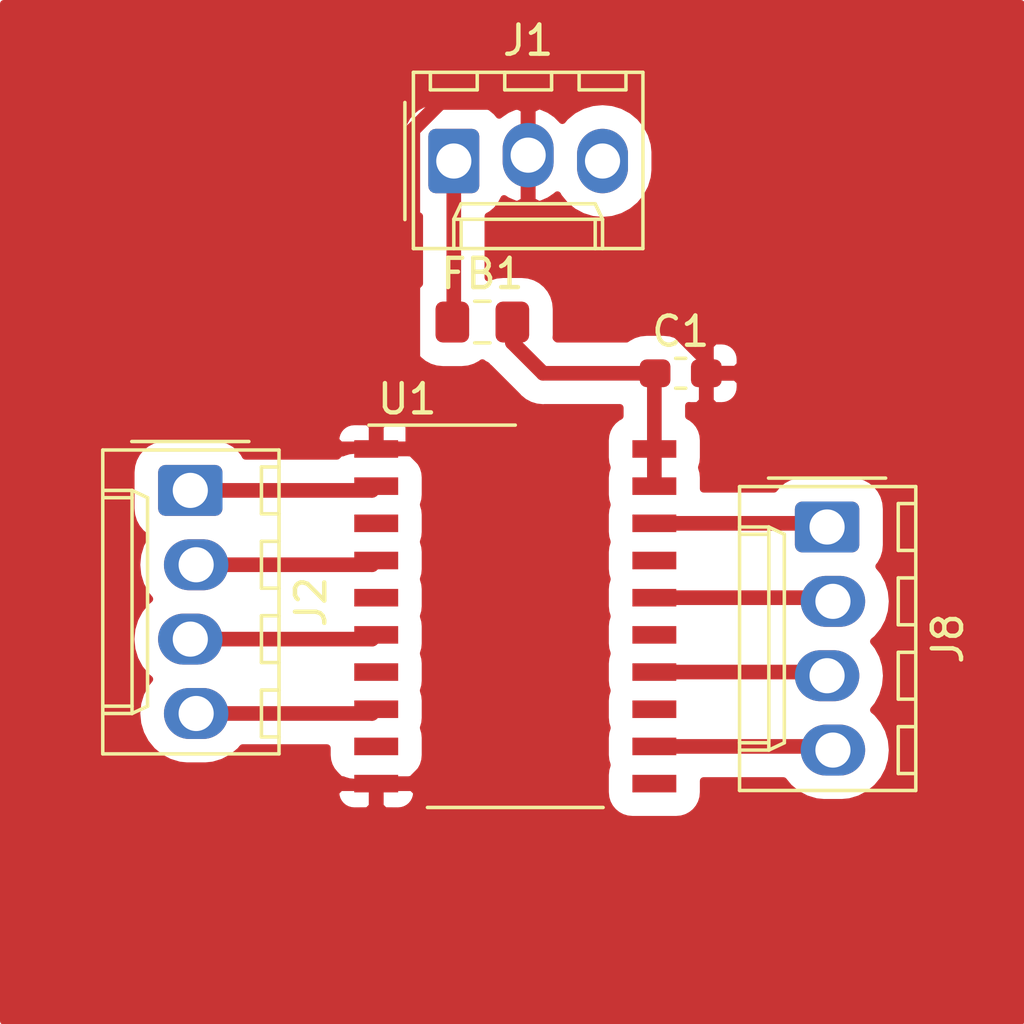
<source format=kicad_pcb>
(kicad_pcb (version 20171130) (host pcbnew "(5.1.5-0-10_14)")

  (general
    (thickness 1.6)
    (drawings 0)
    (tracks 39)
    (zones 0)
    (modules 6)
    (nets 12)
  )

  (page A4)
  (layers
    (0 F.Cu signal)
    (31 B.Cu signal)
    (32 B.Adhes user)
    (33 F.Adhes user)
    (34 B.Paste user)
    (35 F.Paste user)
    (36 B.SilkS user)
    (37 F.SilkS user)
    (38 B.Mask user)
    (39 F.Mask user)
    (40 Dwgs.User user)
    (41 Cmts.User user)
    (42 Eco1.User user)
    (43 Eco2.User user)
    (44 Edge.Cuts user)
    (45 Margin user)
    (46 B.CrtYd user)
    (47 F.CrtYd user)
    (48 B.Fab user)
    (49 F.Fab user)
  )

  (setup
    (last_trace_width 0.5)
    (trace_clearance 0.2)
    (zone_clearance 0.508)
    (zone_45_only no)
    (trace_min 0.2)
    (via_size 0.8)
    (via_drill 0.4)
    (via_min_size 0.4)
    (via_min_drill 0.3)
    (uvia_size 0.3)
    (uvia_drill 0.1)
    (uvias_allowed no)
    (uvia_min_size 0.2)
    (uvia_min_drill 0.1)
    (edge_width 0.05)
    (segment_width 0.2)
    (pcb_text_width 0.3)
    (pcb_text_size 1.5 1.5)
    (mod_edge_width 0.12)
    (mod_text_size 1 1)
    (mod_text_width 0.15)
    (pad_size 1.524 1.524)
    (pad_drill 0.762)
    (pad_to_mask_clearance 0.051)
    (solder_mask_min_width 0.25)
    (aux_axis_origin 0 0)
    (visible_elements FFFFFF7F)
    (pcbplotparams
      (layerselection 0x010fc_ffffffff)
      (usegerberextensions false)
      (usegerberattributes false)
      (usegerberadvancedattributes false)
      (creategerberjobfile false)
      (excludeedgelayer true)
      (linewidth 0.100000)
      (plotframeref false)
      (viasonmask false)
      (mode 1)
      (useauxorigin false)
      (hpglpennumber 1)
      (hpglpenspeed 20)
      (hpglpendiameter 15.000000)
      (psnegative false)
      (psa4output false)
      (plotreference true)
      (plotvalue true)
      (plotinvisibletext false)
      (padsonsilk false)
      (subtractmaskfromsilk false)
      (outputformat 1)
      (mirror false)
      (drillshape 1)
      (scaleselection 1)
      (outputdirectory ""))
  )

  (net 0 "")
  (net 1 /supply+)
  (net 2 +5V)
  (net 3 GND)
  (net 4 "Net-(J2-Pad1)")
  (net 5 "Net-(J2-Pad2)")
  (net 6 "Net-(J2-Pad3)")
  (net 7 "Net-(J2-Pad4)")
  (net 8 "Net-(J8-Pad1)")
  (net 9 "Net-(J8-Pad2)")
  (net 10 "Net-(J8-Pad3)")
  (net 11 "Net-(J8-Pad4)")

  (net_class Default "This is the default net class."
    (clearance 0.2)
    (trace_width 0.5)
    (via_dia 0.8)
    (via_drill 0.4)
    (uvia_dia 0.3)
    (uvia_drill 0.1)
    (add_net +5V)
    (add_net /supply+)
    (add_net GND)
    (add_net "Net-(J1-Pad3)")
    (add_net "Net-(J2-Pad1)")
    (add_net "Net-(J2-Pad2)")
    (add_net "Net-(J2-Pad3)")
    (add_net "Net-(J2-Pad4)")
    (add_net "Net-(J8-Pad1)")
    (add_net "Net-(J8-Pad2)")
    (add_net "Net-(J8-Pad3)")
    (add_net "Net-(J8-Pad4)")
    (add_net "Net-(U1-Pad11)")
    (add_net "Net-(U1-Pad13)")
    (add_net "Net-(U1-Pad15)")
    (add_net "Net-(U1-Pad17)")
    (add_net "Net-(U1-Pad3)")
    (add_net "Net-(U1-Pad5)")
    (add_net "Net-(U1-Pad7)")
    (add_net "Net-(U1-Pad9)")
  )

  (module synkie_footprints:R_0603_1608Metric_Pad1.05x0.95mm_HandSolder (layer F.Cu) (tedit 5B301BBD) (tstamp 602291CC)
    (at 103.25 52.75)
    (descr "Resistor SMD 0603 (1608 Metric), square (rectangular) end terminal, IPC_7351 nominal with elongated pad for handsoldering. (Body size source: http://www.tortai-tech.com/upload/download/2011102023233369053.pdf), generated with kicad-footprint-generator")
    (tags "resistor handsolder")
    (path /6025242C)
    (attr smd)
    (fp_text reference C1 (at 0 -1.43) (layer F.SilkS)
      (effects (font (size 1 1) (thickness 0.15)))
    )
    (fp_text value C (at 0 1.43) (layer F.Fab)
      (effects (font (size 1 1) (thickness 0.15)))
    )
    (fp_text user %R (at 0 0) (layer F.Fab)
      (effects (font (size 0.4 0.4) (thickness 0.06)))
    )
    (fp_line (start 1.65 0.73) (end -1.65 0.73) (layer F.CrtYd) (width 0.05))
    (fp_line (start 1.65 -0.73) (end 1.65 0.73) (layer F.CrtYd) (width 0.05))
    (fp_line (start -1.65 -0.73) (end 1.65 -0.73) (layer F.CrtYd) (width 0.05))
    (fp_line (start -1.65 0.73) (end -1.65 -0.73) (layer F.CrtYd) (width 0.05))
    (fp_line (start -0.171267 0.51) (end 0.171267 0.51) (layer F.SilkS) (width 0.12))
    (fp_line (start -0.171267 -0.51) (end 0.171267 -0.51) (layer F.SilkS) (width 0.12))
    (fp_line (start 0.8 0.4) (end -0.8 0.4) (layer F.Fab) (width 0.1))
    (fp_line (start 0.8 -0.4) (end 0.8 0.4) (layer F.Fab) (width 0.1))
    (fp_line (start -0.8 -0.4) (end 0.8 -0.4) (layer F.Fab) (width 0.1))
    (fp_line (start -0.8 0.4) (end -0.8 -0.4) (layer F.Fab) (width 0.1))
    (pad 2 smd roundrect (at 0.875 0) (size 1.05 0.95) (layers F.Cu F.Paste F.Mask) (roundrect_rratio 0.25)
      (net 3 GND))
    (pad 1 smd roundrect (at -0.875 0) (size 1.05 0.95) (layers F.Cu F.Paste F.Mask) (roundrect_rratio 0.25)
      (net 2 +5V))
    (model ${KISYS3DMOD}/Resistor_SMD.3dshapes/R_0603_1608Metric.wrl
      (at (xyz 0 0 0))
      (scale (xyz 1 1 1))
      (rotate (xyz 0 0 0))
    )
  )

  (module Package_SO:SO-20_12.8x7.5mm_P1.27mm (layer F.Cu) (tedit 5A02F2D3) (tstamp 60228A40)
    (at 97.6 61.05)
    (descr "SO-20, 12.8x7.5mm, https://www.nxp.com/docs/en/data-sheet/SA605.pdf")
    (tags "S0-20 ")
    (path /60242572)
    (attr smd)
    (fp_text reference U1 (at -3.69 -7.42) (layer F.SilkS)
      (effects (font (size 1 1) (thickness 0.15)))
    )
    (fp_text value 74HC244 (at 0 7.99) (layer F.Fab)
      (effects (font (size 1 1) (thickness 0.15)))
    )
    (fp_text user %R (at 0 0) (layer F.Fab)
      (effects (font (size 1 1) (thickness 0.15)))
    )
    (fp_line (start -5.7 6.7) (end -5.7 -6.7) (layer F.CrtYd) (width 0.05))
    (fp_line (start 5.7 6.7) (end -5.7 6.7) (layer F.CrtYd) (width 0.05))
    (fp_line (start 5.7 -6.7) (end 5.7 6.7) (layer F.CrtYd) (width 0.05))
    (fp_line (start -5.7 -6.7) (end 5.7 -6.7) (layer F.CrtYd) (width 0.05))
    (fp_line (start -5 -6.53) (end 0 -6.53) (layer F.SilkS) (width 0.12))
    (fp_line (start -3 6.53) (end 3 6.53) (layer F.SilkS) (width 0.12))
    (fp_line (start -2.2 -5.4) (end -1.2 -6.4) (layer F.Fab) (width 0.1))
    (fp_line (start -2.2 6.4) (end -2.2 -5.4) (layer F.Fab) (width 0.1))
    (fp_line (start 2.2 6.4) (end -2.2 6.4) (layer F.Fab) (width 0.1))
    (fp_line (start 2.2 -6.4) (end 2.2 6.4) (layer F.Fab) (width 0.1))
    (fp_line (start -1.2 -6.4) (end 2.2 -6.4) (layer F.Fab) (width 0.1))
    (pad 20 smd rect (at 4.75 -5.715) (size 1.5 0.6) (layers F.Cu F.Paste F.Mask)
      (net 2 +5V))
    (pad 19 smd rect (at 4.75 -4.445) (size 1.5 0.6) (layers F.Cu F.Paste F.Mask)
      (net 2 +5V))
    (pad 18 smd rect (at 4.75 -3.175) (size 1.5 0.6) (layers F.Cu F.Paste F.Mask)
      (net 8 "Net-(J8-Pad1)"))
    (pad 17 smd rect (at 4.75 -1.905) (size 1.5 0.6) (layers F.Cu F.Paste F.Mask))
    (pad 16 smd rect (at 4.75 -0.635) (size 1.5 0.6) (layers F.Cu F.Paste F.Mask)
      (net 9 "Net-(J8-Pad2)"))
    (pad 15 smd rect (at 4.75 0.635) (size 1.5 0.6) (layers F.Cu F.Paste F.Mask))
    (pad 14 smd rect (at 4.75 1.905) (size 1.5 0.6) (layers F.Cu F.Paste F.Mask)
      (net 10 "Net-(J8-Pad3)"))
    (pad 13 smd rect (at 4.75 3.175) (size 1.5 0.6) (layers F.Cu F.Paste F.Mask))
    (pad 12 smd rect (at 4.75 4.445) (size 1.5 0.6) (layers F.Cu F.Paste F.Mask)
      (net 11 "Net-(J8-Pad4)"))
    (pad 11 smd rect (at 4.75 5.715) (size 1.5 0.6) (layers F.Cu F.Paste F.Mask))
    (pad 10 smd rect (at -4.75 5.715) (size 1.5 0.6) (layers F.Cu F.Paste F.Mask)
      (net 3 GND))
    (pad 9 smd rect (at -4.75 4.445) (size 1.5 0.6) (layers F.Cu F.Paste F.Mask))
    (pad 8 smd rect (at -4.75 3.175) (size 1.5 0.6) (layers F.Cu F.Paste F.Mask)
      (net 7 "Net-(J2-Pad4)"))
    (pad 7 smd rect (at -4.75 1.905) (size 1.5 0.6) (layers F.Cu F.Paste F.Mask))
    (pad 1 smd rect (at -4.75 -5.715) (size 1.5 0.6) (layers F.Cu F.Paste F.Mask)
      (net 3 GND))
    (pad 2 smd rect (at -4.75 -4.445) (size 1.5 0.6) (layers F.Cu F.Paste F.Mask)
      (net 4 "Net-(J2-Pad1)"))
    (pad 3 smd rect (at -4.75 -3.175) (size 1.5 0.6) (layers F.Cu F.Paste F.Mask))
    (pad 4 smd rect (at -4.75 -1.905) (size 1.5 0.6) (layers F.Cu F.Paste F.Mask)
      (net 5 "Net-(J2-Pad2)"))
    (pad 5 smd rect (at -4.75 -0.635) (size 1.5 0.6) (layers F.Cu F.Paste F.Mask))
    (pad 6 smd rect (at -4.75 0.635) (size 1.5 0.6) (layers F.Cu F.Paste F.Mask)
      (net 6 "Net-(J2-Pad3)"))
    (model ${KISYS3DMOD}/Package_SO.3dshapes/SO-20_12.8x7.5mm_P1.27mm.wrl
      (at (xyz 0 0 0))
      (scale (xyz 1 1 1))
      (rotate (xyz 0 0 0))
    )
  )

  (module synkie_footprints:Molex_KK-254_AE-6410-04A_1x04_P2.54mm_Vertical (layer F.Cu) (tedit 5E9C417F) (tstamp 60228A1C)
    (at 108.25 58 270)
    (descr "Molex KK-254 Interconnect System, old/engineering part number: AE-6410-04A example for new part number: 22-27-2041, 4 Pins (http://www.molex.com/pdm_docs/sd/022272021_sd.pdf), generated with kicad-footprint-generator")
    (tags "connector Molex KK-254 side entry")
    (path /5F4699E1)
    (fp_text reference J8 (at 3.81 -4.12 90) (layer F.SilkS)
      (effects (font (size 1 1) (thickness 0.15)))
    )
    (fp_text value Sync-Bus (at 3.81 4.08 90) (layer F.Fab)
      (effects (font (size 1 1) (thickness 0.15)))
    )
    (fp_line (start -1.27 -2.92) (end -1.27 2.88) (layer F.Fab) (width 0.1))
    (fp_line (start -1.27 2.88) (end 8.89 2.88) (layer F.Fab) (width 0.1))
    (fp_line (start 8.89 2.88) (end 8.89 -2.92) (layer F.Fab) (width 0.1))
    (fp_line (start 8.89 -2.92) (end -1.27 -2.92) (layer F.Fab) (width 0.1))
    (fp_line (start -1.38 -3.03) (end -1.38 2.99) (layer F.SilkS) (width 0.12))
    (fp_line (start -1.38 2.99) (end 9 2.99) (layer F.SilkS) (width 0.12))
    (fp_line (start 9 2.99) (end 9 -3.03) (layer F.SilkS) (width 0.12))
    (fp_line (start 9 -3.03) (end -1.38 -3.03) (layer F.SilkS) (width 0.12))
    (fp_line (start -1.67 -2) (end -1.67 2) (layer F.SilkS) (width 0.12))
    (fp_line (start -1.27 -0.5) (end -0.562893 0) (layer F.Fab) (width 0.1))
    (fp_line (start -0.562893 0) (end -1.27 0.5) (layer F.Fab) (width 0.1))
    (fp_line (start 0 2.99) (end 0 1.99) (layer F.SilkS) (width 0.12))
    (fp_line (start 0 1.99) (end 7.62 1.99) (layer F.SilkS) (width 0.12))
    (fp_line (start 7.62 1.99) (end 7.62 2.99) (layer F.SilkS) (width 0.12))
    (fp_line (start 0 1.99) (end 0.25 1.46) (layer F.SilkS) (width 0.12))
    (fp_line (start 0.25 1.46) (end 7.37 1.46) (layer F.SilkS) (width 0.12))
    (fp_line (start 7.37 1.46) (end 7.62 1.99) (layer F.SilkS) (width 0.12))
    (fp_line (start 0.25 2.99) (end 0.25 1.99) (layer F.SilkS) (width 0.12))
    (fp_line (start 7.37 2.99) (end 7.37 1.99) (layer F.SilkS) (width 0.12))
    (fp_line (start -0.8 -3.03) (end -0.8 -2.43) (layer F.SilkS) (width 0.12))
    (fp_line (start -0.8 -2.43) (end 0.8 -2.43) (layer F.SilkS) (width 0.12))
    (fp_line (start 0.8 -2.43) (end 0.8 -3.03) (layer F.SilkS) (width 0.12))
    (fp_line (start 1.74 -3.03) (end 1.74 -2.43) (layer F.SilkS) (width 0.12))
    (fp_line (start 1.74 -2.43) (end 3.34 -2.43) (layer F.SilkS) (width 0.12))
    (fp_line (start 3.34 -2.43) (end 3.34 -3.03) (layer F.SilkS) (width 0.12))
    (fp_line (start 4.28 -3.03) (end 4.28 -2.43) (layer F.SilkS) (width 0.12))
    (fp_line (start 4.28 -2.43) (end 5.88 -2.43) (layer F.SilkS) (width 0.12))
    (fp_line (start 5.88 -2.43) (end 5.88 -3.03) (layer F.SilkS) (width 0.12))
    (fp_line (start 6.82 -3.03) (end 6.82 -2.43) (layer F.SilkS) (width 0.12))
    (fp_line (start 6.82 -2.43) (end 8.42 -2.43) (layer F.SilkS) (width 0.12))
    (fp_line (start 8.42 -2.43) (end 8.42 -3.03) (layer F.SilkS) (width 0.12))
    (fp_line (start -1.77 -3.42) (end -1.77 3.38) (layer F.CrtYd) (width 0.05))
    (fp_line (start -1.77 3.38) (end 9.39 3.38) (layer F.CrtYd) (width 0.05))
    (fp_line (start 9.39 3.38) (end 9.39 -3.42) (layer F.CrtYd) (width 0.05))
    (fp_line (start 9.39 -3.42) (end -1.77 -3.42) (layer F.CrtYd) (width 0.05))
    (fp_text user %R (at 3.81 -2.22 90) (layer F.Fab)
      (effects (font (size 1 1) (thickness 0.15)))
    )
    (pad 1 thru_hole roundrect (at 0 0 270) (size 1.74 2.2) (drill 1.2) (layers *.Cu *.Mask) (roundrect_rratio 0.143678)
      (net 8 "Net-(J8-Pad1)"))
    (pad 2 thru_hole oval (at 2.54 -0.2 270) (size 1.74 2.2) (drill 1.2) (layers *.Cu *.Mask)
      (net 9 "Net-(J8-Pad2)"))
    (pad 3 thru_hole oval (at 5.08 0 270) (size 1.74 2.2) (drill 1.2) (layers *.Cu *.Mask)
      (net 10 "Net-(J8-Pad3)"))
    (pad 4 thru_hole oval (at 7.62 -0.2 270) (size 1.74 2.2) (drill 1.2) (layers *.Cu *.Mask)
      (net 11 "Net-(J8-Pad4)"))
    (model ${KISYS3DMOD}/Connector_Molex.3dshapes/Molex_KK-254_AE-6410-04A_1x04_P2.54mm_Vertical.wrl
      (at (xyz 0 0 0))
      (scale (xyz 1 1 1))
      (rotate (xyz 0 0 0))
    )
  )

  (module synkie_footprints:Molex_KK-254_AE-6410-04A_1x04_P2.54mm_Vertical (layer F.Cu) (tedit 5E9C417F) (tstamp 602289F0)
    (at 86.5 56.75 270)
    (descr "Molex KK-254 Interconnect System, old/engineering part number: AE-6410-04A example for new part number: 22-27-2041, 4 Pins (http://www.molex.com/pdm_docs/sd/022272021_sd.pdf), generated with kicad-footprint-generator")
    (tags "connector Molex KK-254 side entry")
    (path /6024D6A8)
    (fp_text reference J2 (at 3.81 -4.12 90) (layer F.SilkS)
      (effects (font (size 1 1) (thickness 0.15)))
    )
    (fp_text value Sync-Bus (at 3.81 4.08 90) (layer F.Fab)
      (effects (font (size 1 1) (thickness 0.15)))
    )
    (fp_line (start -1.27 -2.92) (end -1.27 2.88) (layer F.Fab) (width 0.1))
    (fp_line (start -1.27 2.88) (end 8.89 2.88) (layer F.Fab) (width 0.1))
    (fp_line (start 8.89 2.88) (end 8.89 -2.92) (layer F.Fab) (width 0.1))
    (fp_line (start 8.89 -2.92) (end -1.27 -2.92) (layer F.Fab) (width 0.1))
    (fp_line (start -1.38 -3.03) (end -1.38 2.99) (layer F.SilkS) (width 0.12))
    (fp_line (start -1.38 2.99) (end 9 2.99) (layer F.SilkS) (width 0.12))
    (fp_line (start 9 2.99) (end 9 -3.03) (layer F.SilkS) (width 0.12))
    (fp_line (start 9 -3.03) (end -1.38 -3.03) (layer F.SilkS) (width 0.12))
    (fp_line (start -1.67 -2) (end -1.67 2) (layer F.SilkS) (width 0.12))
    (fp_line (start -1.27 -0.5) (end -0.562893 0) (layer F.Fab) (width 0.1))
    (fp_line (start -0.562893 0) (end -1.27 0.5) (layer F.Fab) (width 0.1))
    (fp_line (start 0 2.99) (end 0 1.99) (layer F.SilkS) (width 0.12))
    (fp_line (start 0 1.99) (end 7.62 1.99) (layer F.SilkS) (width 0.12))
    (fp_line (start 7.62 1.99) (end 7.62 2.99) (layer F.SilkS) (width 0.12))
    (fp_line (start 0 1.99) (end 0.25 1.46) (layer F.SilkS) (width 0.12))
    (fp_line (start 0.25 1.46) (end 7.37 1.46) (layer F.SilkS) (width 0.12))
    (fp_line (start 7.37 1.46) (end 7.62 1.99) (layer F.SilkS) (width 0.12))
    (fp_line (start 0.25 2.99) (end 0.25 1.99) (layer F.SilkS) (width 0.12))
    (fp_line (start 7.37 2.99) (end 7.37 1.99) (layer F.SilkS) (width 0.12))
    (fp_line (start -0.8 -3.03) (end -0.8 -2.43) (layer F.SilkS) (width 0.12))
    (fp_line (start -0.8 -2.43) (end 0.8 -2.43) (layer F.SilkS) (width 0.12))
    (fp_line (start 0.8 -2.43) (end 0.8 -3.03) (layer F.SilkS) (width 0.12))
    (fp_line (start 1.74 -3.03) (end 1.74 -2.43) (layer F.SilkS) (width 0.12))
    (fp_line (start 1.74 -2.43) (end 3.34 -2.43) (layer F.SilkS) (width 0.12))
    (fp_line (start 3.34 -2.43) (end 3.34 -3.03) (layer F.SilkS) (width 0.12))
    (fp_line (start 4.28 -3.03) (end 4.28 -2.43) (layer F.SilkS) (width 0.12))
    (fp_line (start 4.28 -2.43) (end 5.88 -2.43) (layer F.SilkS) (width 0.12))
    (fp_line (start 5.88 -2.43) (end 5.88 -3.03) (layer F.SilkS) (width 0.12))
    (fp_line (start 6.82 -3.03) (end 6.82 -2.43) (layer F.SilkS) (width 0.12))
    (fp_line (start 6.82 -2.43) (end 8.42 -2.43) (layer F.SilkS) (width 0.12))
    (fp_line (start 8.42 -2.43) (end 8.42 -3.03) (layer F.SilkS) (width 0.12))
    (fp_line (start -1.77 -3.42) (end -1.77 3.38) (layer F.CrtYd) (width 0.05))
    (fp_line (start -1.77 3.38) (end 9.39 3.38) (layer F.CrtYd) (width 0.05))
    (fp_line (start 9.39 3.38) (end 9.39 -3.42) (layer F.CrtYd) (width 0.05))
    (fp_line (start 9.39 -3.42) (end -1.77 -3.42) (layer F.CrtYd) (width 0.05))
    (fp_text user %R (at 3.81 -2.22 90) (layer F.Fab)
      (effects (font (size 1 1) (thickness 0.15)))
    )
    (pad 1 thru_hole roundrect (at 0 0 270) (size 1.74 2.2) (drill 1.2) (layers *.Cu *.Mask) (roundrect_rratio 0.143678)
      (net 4 "Net-(J2-Pad1)"))
    (pad 2 thru_hole oval (at 2.54 -0.2 270) (size 1.74 2.2) (drill 1.2) (layers *.Cu *.Mask)
      (net 5 "Net-(J2-Pad2)"))
    (pad 3 thru_hole oval (at 5.08 0 270) (size 1.74 2.2) (drill 1.2) (layers *.Cu *.Mask)
      (net 6 "Net-(J2-Pad3)"))
    (pad 4 thru_hole oval (at 7.62 -0.2 270) (size 1.74 2.2) (drill 1.2) (layers *.Cu *.Mask)
      (net 7 "Net-(J2-Pad4)"))
    (model ${KISYS3DMOD}/Connector_Molex.3dshapes/Molex_KK-254_AE-6410-04A_1x04_P2.54mm_Vertical.wrl
      (at (xyz 0 0 0))
      (scale (xyz 1 1 1))
      (rotate (xyz 0 0 0))
    )
  )

  (module synkie_footprints:Molex_KK-254_AE-6410-03A_1x03_P2.54mm_Vertical (layer F.Cu) (tedit 5E9C4158) (tstamp 602289C4)
    (at 95.5 45.5)
    (descr "Molex KK-254 Interconnect System, old/engineering part number: AE-6410-03A example for new part number: 22-27-2031, 3 Pins (http://www.molex.com/pdm_docs/sd/022272021_sd.pdf), generated with kicad-footprint-generator")
    (tags "connector Molex KK-254 side entry")
    (path /5FA997FD)
    (fp_text reference J1 (at 2.54 -4.12) (layer F.SilkS)
      (effects (font (size 1 1) (thickness 0.15)))
    )
    (fp_text value Supply (at 2.54 4.08) (layer F.Fab)
      (effects (font (size 1 1) (thickness 0.15)))
    )
    (fp_text user %R (at 2.54 -2.22) (layer F.Fab)
      (effects (font (size 1 1) (thickness 0.15)))
    )
    (fp_line (start 6.85 -3.42) (end -1.77 -3.42) (layer F.CrtYd) (width 0.05))
    (fp_line (start 6.85 3.38) (end 6.85 -3.42) (layer F.CrtYd) (width 0.05))
    (fp_line (start -1.77 3.38) (end 6.85 3.38) (layer F.CrtYd) (width 0.05))
    (fp_line (start -1.77 -3.42) (end -1.77 3.38) (layer F.CrtYd) (width 0.05))
    (fp_line (start 5.88 -2.43) (end 5.88 -3.03) (layer F.SilkS) (width 0.12))
    (fp_line (start 4.28 -2.43) (end 5.88 -2.43) (layer F.SilkS) (width 0.12))
    (fp_line (start 4.28 -3.03) (end 4.28 -2.43) (layer F.SilkS) (width 0.12))
    (fp_line (start 3.34 -2.43) (end 3.34 -3.03) (layer F.SilkS) (width 0.12))
    (fp_line (start 1.74 -2.43) (end 3.34 -2.43) (layer F.SilkS) (width 0.12))
    (fp_line (start 1.74 -3.03) (end 1.74 -2.43) (layer F.SilkS) (width 0.12))
    (fp_line (start 0.8 -2.43) (end 0.8 -3.03) (layer F.SilkS) (width 0.12))
    (fp_line (start -0.8 -2.43) (end 0.8 -2.43) (layer F.SilkS) (width 0.12))
    (fp_line (start -0.8 -3.03) (end -0.8 -2.43) (layer F.SilkS) (width 0.12))
    (fp_line (start 4.83 2.99) (end 4.83 1.99) (layer F.SilkS) (width 0.12))
    (fp_line (start 0.25 2.99) (end 0.25 1.99) (layer F.SilkS) (width 0.12))
    (fp_line (start 4.83 1.46) (end 5.08 1.99) (layer F.SilkS) (width 0.12))
    (fp_line (start 0.25 1.46) (end 4.83 1.46) (layer F.SilkS) (width 0.12))
    (fp_line (start 0 1.99) (end 0.25 1.46) (layer F.SilkS) (width 0.12))
    (fp_line (start 5.08 1.99) (end 5.08 2.99) (layer F.SilkS) (width 0.12))
    (fp_line (start 0 1.99) (end 5.08 1.99) (layer F.SilkS) (width 0.12))
    (fp_line (start 0 2.99) (end 0 1.99) (layer F.SilkS) (width 0.12))
    (fp_line (start -0.562893 0) (end -1.27 0.5) (layer F.Fab) (width 0.1))
    (fp_line (start -1.27 -0.5) (end -0.562893 0) (layer F.Fab) (width 0.1))
    (fp_line (start -1.67 -2) (end -1.67 2) (layer F.SilkS) (width 0.12))
    (fp_line (start 6.46 -3.03) (end -1.38 -3.03) (layer F.SilkS) (width 0.12))
    (fp_line (start 6.46 2.99) (end 6.46 -3.03) (layer F.SilkS) (width 0.12))
    (fp_line (start -1.38 2.99) (end 6.46 2.99) (layer F.SilkS) (width 0.12))
    (fp_line (start -1.38 -3.03) (end -1.38 2.99) (layer F.SilkS) (width 0.12))
    (fp_line (start 6.35 -2.92) (end -1.27 -2.92) (layer F.Fab) (width 0.1))
    (fp_line (start 6.35 2.88) (end 6.35 -2.92) (layer F.Fab) (width 0.1))
    (fp_line (start -1.27 2.88) (end 6.35 2.88) (layer F.Fab) (width 0.1))
    (fp_line (start -1.27 -2.92) (end -1.27 2.88) (layer F.Fab) (width 0.1))
    (pad 3 thru_hole oval (at 5.08 0) (size 1.74 2.2) (drill 1.2) (layers *.Cu *.Mask))
    (pad 2 thru_hole oval (at 2.54 -0.2) (size 1.74 2.2) (drill 1.2) (layers *.Cu *.Mask)
      (net 3 GND))
    (pad 1 thru_hole roundrect (at 0 0) (size 1.74 2.2) (drill 1.2) (layers *.Cu *.Mask) (roundrect_rratio 0.143678)
      (net 1 /supply+))
    (model ${KISYS3DMOD}/Connector_Molex.3dshapes/Molex_KK-254_AE-6410-03A_1x03_P2.54mm_Vertical.wrl
      (at (xyz 0 0 0))
      (scale (xyz 1 1 1))
      (rotate (xyz 0 0 0))
    )
  )

  (module synkie_footprints:L_0805_2012Metric_Pad1.15x1.40mm_HandSolder (layer F.Cu) (tedit 5B36C52B) (tstamp 6022898B)
    (at 96.475 51)
    (descr "Capacitor SMD 0805 (2012 Metric), square (rectangular) end terminal, IPC_7351 nominal with elongated pad for handsoldering. (Body size source: https://docs.google.com/spreadsheets/d/1BsfQQcO9C6DZCsRaXUlFlo91Tg2WpOkGARC1WS5S8t0/edit?usp=sharing), generated with kicad-footprint-generator")
    (tags "inductor handsolder")
    (path /5FA99FEB)
    (attr smd)
    (fp_text reference FB1 (at 0 -1.65) (layer F.SilkS)
      (effects (font (size 1 1) (thickness 0.15)))
    )
    (fp_text value Ferrite_Bead (at 0 1.65) (layer F.Fab)
      (effects (font (size 1 1) (thickness 0.15)))
    )
    (fp_line (start -1 0.6) (end -1 -0.6) (layer F.Fab) (width 0.1))
    (fp_line (start -1 -0.6) (end 1 -0.6) (layer F.Fab) (width 0.1))
    (fp_line (start 1 -0.6) (end 1 0.6) (layer F.Fab) (width 0.1))
    (fp_line (start 1 0.6) (end -1 0.6) (layer F.Fab) (width 0.1))
    (fp_line (start -0.261252 -0.71) (end 0.261252 -0.71) (layer F.SilkS) (width 0.12))
    (fp_line (start -0.261252 0.71) (end 0.261252 0.71) (layer F.SilkS) (width 0.12))
    (fp_line (start -1.85 0.95) (end -1.85 -0.95) (layer F.CrtYd) (width 0.05))
    (fp_line (start -1.85 -0.95) (end 1.85 -0.95) (layer F.CrtYd) (width 0.05))
    (fp_line (start 1.85 -0.95) (end 1.85 0.95) (layer F.CrtYd) (width 0.05))
    (fp_line (start 1.85 0.95) (end -1.85 0.95) (layer F.CrtYd) (width 0.05))
    (fp_text user %R (at 0 0) (layer F.Fab)
      (effects (font (size 0.5 0.5) (thickness 0.08)))
    )
    (pad 1 smd roundrect (at -1.025 0) (size 1.15 1.4) (layers F.Cu F.Paste F.Mask) (roundrect_rratio 0.217391)
      (net 1 /supply+))
    (pad 2 smd roundrect (at 1.025 0) (size 1.15 1.4) (layers F.Cu F.Paste F.Mask) (roundrect_rratio 0.217391)
      (net 2 +5V))
    (model ${KISYS3DMOD}/Inductor_SMD.3dshapes/L_0805_2012Metric.wrl
      (at (xyz 0 0 0))
      (scale (xyz 1 1 1))
      (rotate (xyz 0 0 0))
    )
  )

  (segment (start 95.5 50.95) (end 95.45 51) (width 0.5) (layer F.Cu) (net 1))
  (segment (start 95.5 45.5) (end 95.5 50.95) (width 0.5) (layer F.Cu) (net 1))
  (segment (start 98.55 52.75) (end 101.85 52.75) (width 0.5) (layer F.Cu) (net 2))
  (segment (start 97.5 51.7) (end 98.55 52.75) (width 0.5) (layer F.Cu) (net 2))
  (segment (start 101.85 52.75) (end 102.375 52.75) (width 0.5) (layer F.Cu) (net 2))
  (segment (start 97.5 51) (end 97.5 51.7) (width 0.5) (layer F.Cu) (net 2))
  (segment (start 102.35 52.775) (end 102.375 52.75) (width 0.5) (layer F.Cu) (net 2))
  (segment (start 102.35 56.605) (end 102.35 52.775) (width 0.5) (layer F.Cu) (net 2))
  (segment (start 98.04 46.9) (end 100.89 49.75) (width 0.5) (layer F.Cu) (net 3))
  (segment (start 98.04 45.3) (end 98.04 46.9) (width 0.5) (layer F.Cu) (net 3))
  (segment (start 104.125 52.275) (end 104.125 52.75) (width 0.5) (layer F.Cu) (net 3))
  (segment (start 101.6 49.75) (end 104.125 52.275) (width 0.5) (layer F.Cu) (net 3))
  (segment (start 100.89 49.75) (end 101.6 49.75) (width 0.5) (layer F.Cu) (net 3))
  (segment (start 94.1 66.765) (end 92.85 66.765) (width 0.5) (layer F.Cu) (net 3))
  (segment (start 95.5 65.365) (end 94.1 66.765) (width 0.5) (layer F.Cu) (net 3))
  (segment (start 94.1 55.335) (end 95.5 56.735) (width 0.5) (layer F.Cu) (net 3))
  (segment (start 95.5 56.735) (end 95.5 65.365) (width 0.5) (layer F.Cu) (net 3))
  (segment (start 92.85 55.335) (end 94.1 55.335) (width 0.5) (layer F.Cu) (net 3))
  (segment (start 98.04 43.7) (end 97.84 43.5) (width 0.5) (layer F.Cu) (net 3))
  (segment (start 98.04 45.3) (end 98.04 43.7) (width 0.5) (layer F.Cu) (net 3))
  (segment (start 94.1 44.440034) (end 94.1 55.335) (width 0.5) (layer F.Cu) (net 3))
  (segment (start 95.040034 43.5) (end 94.1 44.440034) (width 0.5) (layer F.Cu) (net 3))
  (segment (start 97.84 43.5) (end 95.040034 43.5) (width 0.5) (layer F.Cu) (net 3))
  (segment (start 92.705 56.75) (end 92.85 56.605) (width 0.5) (layer F.Cu) (net 4) (status 30))
  (segment (start 86.5 56.75) (end 92.705 56.75) (width 0.5) (layer F.Cu) (net 4) (status 30))
  (segment (start 92.705 59.29) (end 92.85 59.145) (width 0.5) (layer F.Cu) (net 5) (status 30))
  (segment (start 86.7 59.29) (end 92.705 59.29) (width 0.5) (layer F.Cu) (net 5) (status 30))
  (segment (start 92.705 61.83) (end 92.85 61.685) (width 0.5) (layer F.Cu) (net 6) (status 30))
  (segment (start 86.5 61.83) (end 92.705 61.83) (width 0.5) (layer F.Cu) (net 6) (status 30))
  (segment (start 92.705 64.37) (end 92.85 64.225) (width 0.5) (layer F.Cu) (net 7) (status 30))
  (segment (start 86.7 64.37) (end 92.705 64.37) (width 0.5) (layer F.Cu) (net 7) (status 30))
  (segment (start 108.125 57.875) (end 108.25 58) (width 0.5) (layer F.Cu) (net 8) (status 30))
  (segment (start 102.35 57.875) (end 108.125 57.875) (width 0.5) (layer F.Cu) (net 8) (status 30))
  (segment (start 108.325 60.415) (end 108.45 60.54) (width 0.5) (layer F.Cu) (net 9) (status 30))
  (segment (start 102.35 60.415) (end 108.325 60.415) (width 0.5) (layer F.Cu) (net 9) (status 30))
  (segment (start 108.125 62.955) (end 108.25 63.08) (width 0.5) (layer F.Cu) (net 10) (status 30))
  (segment (start 102.35 62.955) (end 108.125 62.955) (width 0.5) (layer F.Cu) (net 10) (status 30))
  (segment (start 108.325 65.495) (end 108.45 65.62) (width 0.5) (layer F.Cu) (net 11) (status 30))
  (segment (start 102.35 65.495) (end 108.325 65.495) (width 0.5) (layer F.Cu) (net 11) (status 30))

  (zone (net 3) (net_name GND) (layer F.Cu) (tstamp 0) (hatch edge 0.508)
    (connect_pads (clearance 0.8))
    (min_thickness 0.254)
    (fill yes (arc_segments 32) (thermal_gap 0.508) (thermal_bridge_width 0.508))
    (polygon
      (pts
        (xy 115 75) (xy 80 75) (xy 80 40) (xy 115 40)
      )
    )
    (filled_polygon
      (pts
        (xy 114.873 74.873) (xy 80.127 74.873) (xy 80.127 67.065) (xy 91.461928 67.065) (xy 91.474188 67.189482)
        (xy 91.510498 67.30918) (xy 91.569463 67.419494) (xy 91.648815 67.516185) (xy 91.745506 67.595537) (xy 91.85582 67.654502)
        (xy 91.975518 67.690812) (xy 92.1 67.703072) (xy 92.56425 67.7) (xy 92.723 67.54125) (xy 92.723 66.892)
        (xy 92.977 66.892) (xy 92.977 67.54125) (xy 93.13575 67.7) (xy 93.6 67.703072) (xy 93.724482 67.690812)
        (xy 93.84418 67.654502) (xy 93.954494 67.595537) (xy 94.051185 67.516185) (xy 94.130537 67.419494) (xy 94.189502 67.30918)
        (xy 94.225812 67.189482) (xy 94.238072 67.065) (xy 94.235 67.05075) (xy 94.07625 66.892) (xy 92.977 66.892)
        (xy 92.723 66.892) (xy 91.62375 66.892) (xy 91.465 67.05075) (xy 91.461928 67.065) (xy 80.127 67.065)
        (xy 80.127 61.83) (xy 84.464306 61.83) (xy 84.499002 62.182273) (xy 84.601756 62.521009) (xy 84.76862 62.83319)
        (xy 84.993182 63.106818) (xy 85.106003 63.199409) (xy 84.96862 63.36681) (xy 84.801756 63.678991) (xy 84.699002 64.017727)
        (xy 84.664306 64.37) (xy 84.699002 64.722273) (xy 84.801756 65.061009) (xy 84.96862 65.37319) (xy 85.193182 65.646818)
        (xy 85.46681 65.87138) (xy 85.778991 66.038244) (xy 86.117727 66.140998) (xy 86.381729 66.167) (xy 87.018271 66.167)
        (xy 87.282273 66.140998) (xy 87.621009 66.038244) (xy 87.93319 65.87138) (xy 88.206818 65.646818) (xy 88.288737 65.547)
        (xy 91.168515 65.547) (xy 91.168515 65.795) (xy 91.186413 65.976724) (xy 91.23942 66.151464) (xy 91.325499 66.312505)
        (xy 91.441341 66.453659) (xy 91.463383 66.471748) (xy 91.465 66.47925) (xy 91.62375 66.638) (xy 91.710646 66.638)
        (xy 91.743536 66.65558) (xy 91.918276 66.708587) (xy 92.1 66.726485) (xy 93.6 66.726485) (xy 93.781724 66.708587)
        (xy 93.956464 66.65558) (xy 93.989354 66.638) (xy 94.07625 66.638) (xy 94.235 66.47925) (xy 94.236617 66.471748)
        (xy 94.258659 66.453659) (xy 94.374501 66.312505) (xy 94.46058 66.151464) (xy 94.513587 65.976724) (xy 94.531485 65.795)
        (xy 94.531485 65.195) (xy 94.513587 65.013276) (xy 94.467091 64.86) (xy 94.513587 64.706724) (xy 94.531485 64.525)
        (xy 94.531485 63.925) (xy 94.513587 63.743276) (xy 94.467091 63.59) (xy 94.513587 63.436724) (xy 94.531485 63.255)
        (xy 94.531485 62.655) (xy 94.513587 62.473276) (xy 94.467091 62.32) (xy 94.513587 62.166724) (xy 94.531485 61.985)
        (xy 94.531485 61.385) (xy 94.513587 61.203276) (xy 94.467091 61.05) (xy 94.513587 60.896724) (xy 94.531485 60.715)
        (xy 94.531485 60.115) (xy 94.513587 59.933276) (xy 94.467091 59.78) (xy 94.513587 59.626724) (xy 94.531485 59.445)
        (xy 94.531485 58.845) (xy 94.513587 58.663276) (xy 94.467091 58.51) (xy 94.513587 58.356724) (xy 94.531485 58.175)
        (xy 94.531485 57.575) (xy 94.513587 57.393276) (xy 94.467091 57.24) (xy 94.513587 57.086724) (xy 94.531485 56.905)
        (xy 94.531485 56.305) (xy 94.513587 56.123276) (xy 94.46058 55.948536) (xy 94.374501 55.787495) (xy 94.258659 55.646341)
        (xy 94.236617 55.628252) (xy 94.235 55.62075) (xy 94.07625 55.462) (xy 93.989354 55.462) (xy 93.956464 55.44442)
        (xy 93.781724 55.391413) (xy 93.6 55.373515) (xy 92.1 55.373515) (xy 91.918276 55.391413) (xy 91.743536 55.44442)
        (xy 91.710646 55.462) (xy 91.62375 55.462) (xy 91.51275 55.573) (xy 88.385498 55.573) (xy 88.332369 55.473602)
        (xy 88.185436 55.294564) (xy 88.006398 55.147631) (xy 87.802135 55.03845) (xy 87.790762 55.035) (xy 91.461928 55.035)
        (xy 91.465 55.04925) (xy 91.62375 55.208) (xy 92.723 55.208) (xy 92.723 54.55875) (xy 92.977 54.55875)
        (xy 92.977 55.208) (xy 94.07625 55.208) (xy 94.235 55.04925) (xy 94.238072 55.035) (xy 94.225812 54.910518)
        (xy 94.189502 54.79082) (xy 94.130537 54.680506) (xy 94.051185 54.583815) (xy 93.954494 54.504463) (xy 93.84418 54.445498)
        (xy 93.724482 54.409188) (xy 93.6 54.396928) (xy 93.13575 54.4) (xy 92.977 54.55875) (xy 92.723 54.55875)
        (xy 92.56425 54.4) (xy 92.1 54.396928) (xy 91.975518 54.409188) (xy 91.85582 54.445498) (xy 91.745506 54.504463)
        (xy 91.648815 54.583815) (xy 91.569463 54.680506) (xy 91.510498 54.79082) (xy 91.474188 54.910518) (xy 91.461928 55.035)
        (xy 87.790762 55.035) (xy 87.580497 54.971217) (xy 87.350001 54.948515) (xy 85.649999 54.948515) (xy 85.419503 54.971217)
        (xy 85.197865 55.03845) (xy 84.993602 55.147631) (xy 84.814564 55.294564) (xy 84.667631 55.473602) (xy 84.55845 55.677865)
        (xy 84.491217 55.899503) (xy 84.468515 56.129999) (xy 84.468515 57.370001) (xy 84.491217 57.600497) (xy 84.55845 57.822135)
        (xy 84.667631 58.026398) (xy 84.814564 58.205436) (xy 84.95188 58.318129) (xy 84.801756 58.598991) (xy 84.699002 58.937727)
        (xy 84.664306 59.29) (xy 84.699002 59.642273) (xy 84.801756 59.981009) (xy 84.96862 60.29319) (xy 85.106003 60.460591)
        (xy 84.993182 60.553182) (xy 84.76862 60.82681) (xy 84.601756 61.138991) (xy 84.499002 61.477727) (xy 84.464306 61.83)
        (xy 80.127 61.83) (xy 80.127 44.649999) (xy 93.698515 44.649999) (xy 93.698515 46.350001) (xy 93.721217 46.580497)
        (xy 93.78845 46.802135) (xy 93.897631 47.006398) (xy 94.044564 47.185436) (xy 94.223602 47.332369) (xy 94.323 47.385499)
        (xy 94.323001 49.687123) (xy 94.289564 49.714564) (xy 94.142631 49.893602) (xy 94.03345 50.097865) (xy 93.966217 50.319503)
        (xy 93.943515 50.549999) (xy 93.943515 51.450001) (xy 93.966217 51.680497) (xy 94.03345 51.902135) (xy 94.142631 52.106398)
        (xy 94.289564 52.285436) (xy 94.468602 52.432369) (xy 94.672865 52.54155) (xy 94.894503 52.608783) (xy 95.124999 52.631485)
        (xy 95.775001 52.631485) (xy 96.005497 52.608783) (xy 96.227135 52.54155) (xy 96.431398 52.432369) (xy 96.475 52.396586)
        (xy 96.518602 52.432369) (xy 96.625171 52.489332) (xy 96.66371 52.536291) (xy 96.708618 52.573146) (xy 97.676853 53.541382)
        (xy 97.713709 53.586291) (xy 97.89293 53.733374) (xy 98.097403 53.842667) (xy 98.319268 53.909969) (xy 98.492188 53.927)
        (xy 98.492197 53.927) (xy 98.549999 53.932693) (xy 98.607801 53.927) (xy 101.173001 53.927) (xy 101.173001 54.212122)
        (xy 101.082495 54.260499) (xy 100.941341 54.376341) (xy 100.825499 54.517495) (xy 100.73942 54.678536) (xy 100.686413 54.853276)
        (xy 100.668515 55.035) (xy 100.668515 55.635) (xy 100.686413 55.816724) (xy 100.732909 55.97) (xy 100.686413 56.123276)
        (xy 100.668515 56.305) (xy 100.668515 56.905) (xy 100.686413 57.086724) (xy 100.732909 57.24) (xy 100.686413 57.393276)
        (xy 100.668515 57.575) (xy 100.668515 58.175) (xy 100.686413 58.356724) (xy 100.732909 58.51) (xy 100.686413 58.663276)
        (xy 100.668515 58.845) (xy 100.668515 59.445) (xy 100.686413 59.626724) (xy 100.732909 59.78) (xy 100.686413 59.933276)
        (xy 100.668515 60.115) (xy 100.668515 60.715) (xy 100.686413 60.896724) (xy 100.732909 61.05) (xy 100.686413 61.203276)
        (xy 100.668515 61.385) (xy 100.668515 61.985) (xy 100.686413 62.166724) (xy 100.732909 62.32) (xy 100.686413 62.473276)
        (xy 100.668515 62.655) (xy 100.668515 63.255) (xy 100.686413 63.436724) (xy 100.732909 63.59) (xy 100.686413 63.743276)
        (xy 100.668515 63.925) (xy 100.668515 64.525) (xy 100.686413 64.706724) (xy 100.732909 64.86) (xy 100.686413 65.013276)
        (xy 100.668515 65.195) (xy 100.668515 65.795) (xy 100.686413 65.976724) (xy 100.732909 66.13) (xy 100.686413 66.283276)
        (xy 100.668515 66.465) (xy 100.668515 67.065) (xy 100.686413 67.246724) (xy 100.73942 67.421464) (xy 100.825499 67.582505)
        (xy 100.941341 67.723659) (xy 101.082495 67.839501) (xy 101.243536 67.92558) (xy 101.418276 67.978587) (xy 101.6 67.996485)
        (xy 103.1 67.996485) (xy 103.281724 67.978587) (xy 103.456464 67.92558) (xy 103.617505 67.839501) (xy 103.758659 67.723659)
        (xy 103.874501 67.582505) (xy 103.96058 67.421464) (xy 104.013587 67.246724) (xy 104.031485 67.065) (xy 104.031485 66.672)
        (xy 106.758678 66.672) (xy 106.943182 66.896818) (xy 107.21681 67.12138) (xy 107.528991 67.288244) (xy 107.867727 67.390998)
        (xy 108.131729 67.417) (xy 108.768271 67.417) (xy 109.032273 67.390998) (xy 109.371009 67.288244) (xy 109.68319 67.12138)
        (xy 109.956818 66.896818) (xy 110.18138 66.62319) (xy 110.348244 66.311009) (xy 110.450998 65.972273) (xy 110.485694 65.62)
        (xy 110.450998 65.267727) (xy 110.348244 64.928991) (xy 110.18138 64.61681) (xy 109.956818 64.343182) (xy 109.843997 64.250591)
        (xy 109.98138 64.08319) (xy 110.148244 63.771009) (xy 110.250998 63.432273) (xy 110.285694 63.08) (xy 110.250998 62.727727)
        (xy 110.148244 62.388991) (xy 109.98138 62.07681) (xy 109.843997 61.909409) (xy 109.956818 61.816818) (xy 110.18138 61.54319)
        (xy 110.348244 61.231009) (xy 110.450998 60.892273) (xy 110.485694 60.54) (xy 110.450998 60.187727) (xy 110.348244 59.848991)
        (xy 110.18138 59.53681) (xy 110.025017 59.346282) (xy 110.082369 59.276398) (xy 110.19155 59.072135) (xy 110.258783 58.850497)
        (xy 110.281485 58.620001) (xy 110.281485 57.379999) (xy 110.258783 57.149503) (xy 110.19155 56.927865) (xy 110.082369 56.723602)
        (xy 109.935436 56.544564) (xy 109.756398 56.397631) (xy 109.552135 56.28845) (xy 109.330497 56.221217) (xy 109.100001 56.198515)
        (xy 107.399999 56.198515) (xy 107.169503 56.221217) (xy 106.947865 56.28845) (xy 106.743602 56.397631) (xy 106.564564 56.544564)
        (xy 106.438642 56.698) (xy 104.031485 56.698) (xy 104.031485 56.305) (xy 104.013587 56.123276) (xy 103.967091 55.97)
        (xy 104.013587 55.816724) (xy 104.031485 55.635) (xy 104.031485 55.035) (xy 104.013587 54.853276) (xy 103.96058 54.678536)
        (xy 103.874501 54.517495) (xy 103.758659 54.376341) (xy 103.617505 54.260499) (xy 103.527 54.212123) (xy 103.527 53.855882)
        (xy 103.6 53.863072) (xy 103.83925 53.86) (xy 103.998 53.70125) (xy 103.998 52.877) (xy 104.252 52.877)
        (xy 104.252 53.70125) (xy 104.41075 53.86) (xy 104.65 53.863072) (xy 104.774482 53.850812) (xy 104.89418 53.814502)
        (xy 105.004494 53.755537) (xy 105.101185 53.676185) (xy 105.180537 53.579494) (xy 105.239502 53.46918) (xy 105.275812 53.349482)
        (xy 105.288072 53.225) (xy 105.285 53.03575) (xy 105.12625 52.877) (xy 104.252 52.877) (xy 103.998 52.877)
        (xy 103.978 52.877) (xy 103.978 52.623) (xy 103.998 52.623) (xy 103.998 51.79875) (xy 104.252 51.79875)
        (xy 104.252 52.623) (xy 105.12625 52.623) (xy 105.285 52.46425) (xy 105.288072 52.275) (xy 105.275812 52.150518)
        (xy 105.239502 52.03082) (xy 105.180537 51.920506) (xy 105.101185 51.823815) (xy 105.004494 51.744463) (xy 104.89418 51.685498)
        (xy 104.774482 51.649188) (xy 104.65 51.636928) (xy 104.41075 51.64) (xy 104.252 51.79875) (xy 103.998 51.79875)
        (xy 103.83925 51.64) (xy 103.6 51.636928) (xy 103.475518 51.649188) (xy 103.452769 51.656089) (xy 103.311953 51.540524)
        (xy 103.109851 51.432499) (xy 102.890558 51.365977) (xy 102.6625 51.343515) (xy 102.0875 51.343515) (xy 101.859442 51.365977)
        (xy 101.640149 51.432499) (xy 101.438047 51.540524) (xy 101.398475 51.573) (xy 99.037529 51.573) (xy 98.99824 51.533712)
        (xy 99.006485 51.450001) (xy 99.006485 50.549999) (xy 98.983783 50.319503) (xy 98.91655 50.097865) (xy 98.807369 49.893602)
        (xy 98.660436 49.714564) (xy 98.481398 49.567631) (xy 98.277135 49.45845) (xy 98.055497 49.391217) (xy 97.825001 49.368515)
        (xy 97.174999 49.368515) (xy 96.944503 49.391217) (xy 96.722865 49.45845) (xy 96.677 49.482965) (xy 96.677 47.385498)
        (xy 96.776398 47.332369) (xy 96.955436 47.185436) (xy 97.102369 47.006398) (xy 97.21155 46.802135) (xy 97.215265 46.789888)
        (xy 97.314563 46.857571) (xy 97.587498 46.973588) (xy 97.679969 46.991302) (xy 97.913 46.870246) (xy 97.913 45.427)
        (xy 97.893 45.427) (xy 97.893 45.173) (xy 97.913 45.173) (xy 97.913 43.729754) (xy 98.167 43.729754)
        (xy 98.167 45.173) (xy 98.187 45.173) (xy 98.187 45.427) (xy 98.167 45.427) (xy 98.167 46.870246)
        (xy 98.400031 46.991302) (xy 98.492502 46.973588) (xy 98.765437 46.857571) (xy 99.010494 46.690536) (xy 99.039842 46.660641)
        (xy 99.07862 46.73319) (xy 99.303182 47.006818) (xy 99.576811 47.23138) (xy 99.888992 47.398244) (xy 100.227728 47.500998)
        (xy 100.58 47.535694) (xy 100.932273 47.500998) (xy 101.271009 47.398244) (xy 101.58319 47.23138) (xy 101.856818 47.006818)
        (xy 102.08138 46.73319) (xy 102.248244 46.421009) (xy 102.350998 46.082272) (xy 102.377 45.81827) (xy 102.377 45.181729)
        (xy 102.350998 44.917727) (xy 102.248244 44.578991) (xy 102.08138 44.26681) (xy 101.856818 43.993182) (xy 101.583189 43.76862)
        (xy 101.271008 43.601756) (xy 100.932272 43.499002) (xy 100.58 43.464306) (xy 100.227727 43.499002) (xy 99.888991 43.601756)
        (xy 99.57681 43.76862) (xy 99.303182 43.993182) (xy 99.207335 44.109972) (xy 99.010494 43.909464) (xy 98.765437 43.742429)
        (xy 98.492502 43.626412) (xy 98.400031 43.608698) (xy 98.167 43.729754) (xy 97.913 43.729754) (xy 97.679969 43.608698)
        (xy 97.587498 43.626412) (xy 97.314563 43.742429) (xy 97.069506 43.909464) (xy 97.049796 43.929541) (xy 96.955436 43.814564)
        (xy 96.776398 43.667631) (xy 96.572135 43.55845) (xy 96.350497 43.491217) (xy 96.120001 43.468515) (xy 94.879999 43.468515)
        (xy 94.649503 43.491217) (xy 94.427865 43.55845) (xy 94.223602 43.667631) (xy 94.044564 43.814564) (xy 93.897631 43.993602)
        (xy 93.78845 44.197865) (xy 93.721217 44.419503) (xy 93.698515 44.649999) (xy 80.127 44.649999) (xy 80.127 40.127)
        (xy 114.873 40.127)
      )
    )
  )
)

</source>
